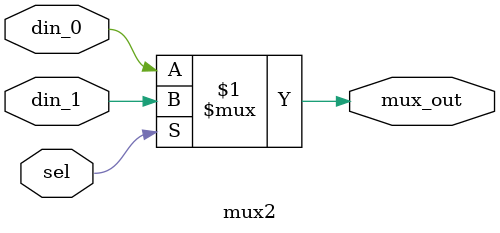
<source format=v>

module mux2(
  din_0,
  din_1,
  sel,
  mux_out
);
input din_0, din_1, sel;
output mux_out;
reg mux_out;

assign mux_out = (sel) ? din_1 : din_0;

endmodule

// =============================================================================

</source>
